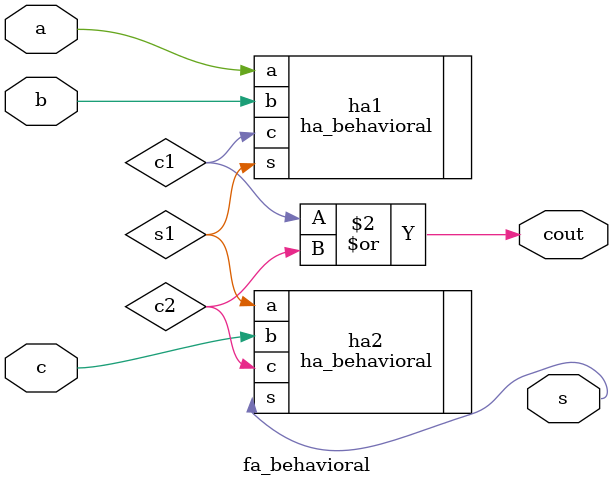
<source format=v>
module fa_behavioral (s, cout, a, b, c);

output s, cout;
input a, b, c;

reg cout;

wire s1, c1, c2;

ha_behavioral ha1 (.s(s1), .c(c1), .a(a), .b(b));
ha_behavioral ha2 (.s(s), .c(c2), .a(s1), .b(c));

always @ (c1, c2)
	cout = c1 | c2;
	
endmodule
</source>
